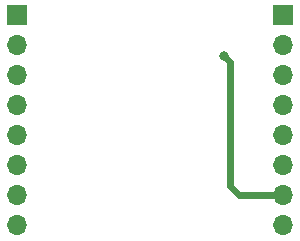
<source format=gbr>
G04 #@! TF.GenerationSoftware,KiCad,Pcbnew,5.1.5-1.fc31*
G04 #@! TF.CreationDate,2020-03-23T21:16:22-07:00*
G04 #@! TF.ProjectId,AdapterBoard,41646170-7465-4724-926f-6172642e6b69,rev?*
G04 #@! TF.SameCoordinates,Original*
G04 #@! TF.FileFunction,Copper,L1,Top*
G04 #@! TF.FilePolarity,Positive*
%FSLAX46Y46*%
G04 Gerber Fmt 4.6, Leading zero omitted, Abs format (unit mm)*
G04 Created by KiCad (PCBNEW 5.1.5-1.fc31) date 2020-03-23 21:16:22*
%MOMM*%
%LPD*%
G04 APERTURE LIST*
%ADD10O,1.700000X1.700000*%
%ADD11R,1.700000X1.700000*%
%ADD12C,0.800000*%
%ADD13C,0.600000*%
G04 APERTURE END LIST*
D10*
X157500000Y-67310000D03*
X157500000Y-64770000D03*
X157500000Y-62230000D03*
X157500000Y-59690000D03*
X157500000Y-57150000D03*
X157500000Y-54610000D03*
X157500000Y-52070000D03*
D11*
X157500000Y-49530000D03*
D10*
X135000000Y-67310000D03*
X135000000Y-64770000D03*
X135000000Y-62230000D03*
X135000000Y-59690000D03*
X135000000Y-57150000D03*
X135000000Y-54610000D03*
X135000000Y-52070000D03*
D11*
X135000000Y-49530000D03*
D12*
X152500000Y-53000000D03*
D13*
X152500000Y-53000000D02*
X153000000Y-53500000D01*
X153000000Y-53500000D02*
X153000000Y-64000000D01*
X153770000Y-64770000D02*
X157500000Y-64770000D01*
X153000000Y-64000000D02*
X153770000Y-64770000D01*
M02*

</source>
